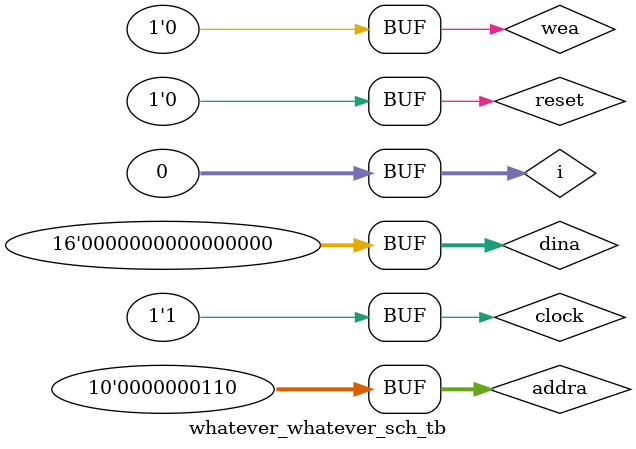
<source format=v>

`timescale 1ns / 1ps

module whatever_whatever_sch_tb();

// Inputs
   reg [9:0] addra;
   reg [15:0] dina;
   reg wea;
   reg clock;
   reg reset;

// Output
   wire [15:0] memToControl;
   wire alusrc;
   wire memtoreg;
   wire regdest;
   wire regwrite;
   wire memread;
   wire memwrite;
   wire branch;

// Bidirs

// Instantiate the UUT
   whatever UUT (
		.memToControl(memToControl), 
		.addra(addra), 
		.dina(dina), 
		.wea(wea), 
		.clock(clock), 
		.alusrc(alusrc), 
		.memtoreg(memtoreg), 
		.regdest(regdest), 
		.regwrite(regwrite), 
		.memread(memread), 
		.memwrite(memwrite), 
		.branch(branch), 
		.reset(reset)
   );
// Initialize Inputs
integer i;
	initial begin
		i = 0;
		addra = 0;
		dina = 0;
		wea = 0;
		clock = 0;
		reset = 0;

		#10
		clock = !clock;

		
		#10
		clock = !clock;
		addra = addra + 1;
		
		#10
		clock = !clock;
		
		
		#10
		clock = !clock;
		addra = addra + 1;
		
		#10
		clock = !clock;
		
		
		#10
		clock = !clock;
		addra = addra + 1;
		
				#10
		clock = !clock;

		
		#10
		clock = !clock;
		addra = addra + 1;
		
		#10
		clock = !clock;
		
		
		#10
		clock = !clock;
		addra = addra + 1;
		
		#10
		clock = !clock;
		
		
		#10
		clock = !clock;
		addra = addra + 1;
		
		#10 
		clock = !clock;
	end
	
endmodule

</source>
